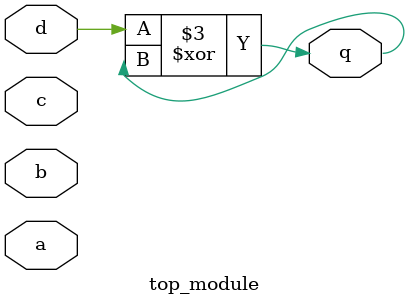
<source format=sv>
module top_module (
  input a,
  input b,
  input c,
  input d,
  output q
);

  wire x;
  
  xor x1 (
    .a(a),
    .b(b),
    .o(x)
  );
  
  xor x2 (
    .a(x),
    .b(c),
    .o(q)
  );

  xor x3 (
    .a(q),
    .b(d),
    .o(q)
  );

endmodule

</source>
